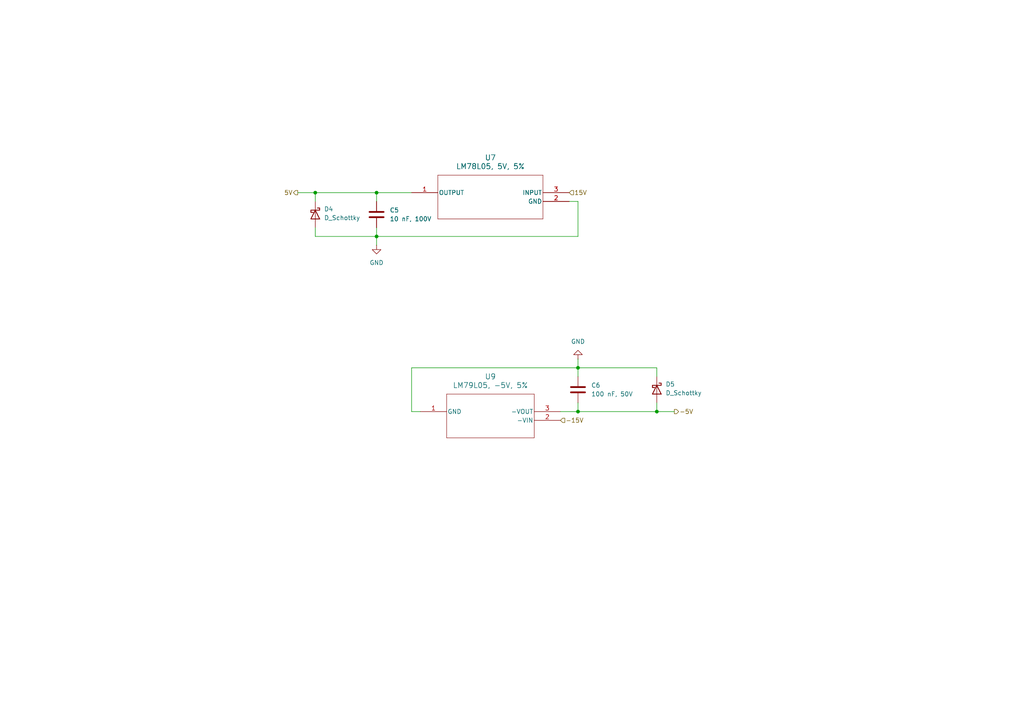
<source format=kicad_sch>
(kicad_sch (version 20250114) (generator "eeschema") (generator_version "9.0")
  (paper "A4")
  (lib_symbols
    (symbol "Device:C" (pin_numbers (hide yes)) (pin_names (offset 0.254))
      (property "Reference" "C" (at 0.635 2.54 0))
      (property "Value" "C" (at 0.635 -2.54 0))
      (symbol "C_0_1"
        (polyline (pts (xy -2.032 0.762) (xy 2.032 0.762)) (stroke (width 0.508)))
        (polyline (pts (xy -2.032 -0.762) (xy 2.032 -0.762)) (stroke (width 0.508)))
      )
      (symbol "C_1_1"
        (pin passive line (at 0 3.81 270) (length 2.794) (name "~") (number "1"))
        (pin passive line (at 0 -3.81 90) (length 2.794) (name "~") (number "2"))
      )
    )
    (symbol "Device:D_Schottky" (pin_numbers (hide yes)) (pin_names (offset 1.016) (hide yes))
      (property "Reference" "D" (at 0 2.54 0))
      (property "Value" "D_Schottky" (at 0 -2.54 0))
      (symbol "D_Schottky_0_1"
        (polyline (pts (xy -1.905 0.635) (xy -1.905 1.27) (xy -1.27 1.27) (xy -1.27 -1.27) (xy -0.635 -1.27) (xy -0.635 -0.635)) (stroke (width 0.254)))
        (polyline (pts (xy 1.27 1.27) (xy 1.27 -1.27) (xy -1.27 0) (xy 1.27 1.27)) (stroke (width 0.254)))
        (polyline (pts (xy 1.27 0) (xy -1.27 0)))
      )
      (symbol "D_Schottky_1_1"
        (pin passive line (at -3.81 0 0) (length 2.54) (name "K") (number "1"))
        (pin passive line (at 3.81 0 180) (length 2.54) (name "A") (number "2"))
      )
    )
    (symbol "LM78L:LM78L05ACZ_LFT1" (pin_names (offset 0.254))
      (property "Reference" "U" (at 22.86 10.16 0))
      (property "Value" "LM78L05ACZ/LFT1" (at 22.86 7.62 0))
      (symbol "LM78L05ACZ_LFT1_0_1"
        (polyline (pts (xy 7.62 5.08) (xy 7.62 -7.62)) (stroke (width 0.127)))
        (polyline (pts (xy 7.62 -7.62) (xy 38.1 -7.62)) (stroke (width 0.127)))
        (polyline (pts (xy 38.1 5.08) (xy 7.62 5.08)) (stroke (width 0.127)))
        (polyline (pts (xy 38.1 -7.62) (xy 38.1 5.08)) (stroke (width 0.127)))
        (pin output line (at 0 0 0) (length 7.62) (name "OUTPUT") (number "1"))
        (pin input line (at 45.72 0 180) (length 7.62) (name "INPUT") (number "3"))
        (pin power_in line (at 45.72 -2.54 180) (length 7.62) (name "GND") (number "2"))
      )
    )
    (symbol "LM79L:LM79L05ACZ_LFT1" (pin_names (offset 0.254))
      (property "Reference" "U" (at 20.32 10.16 0))
      (property "Value" "LM79L05ACZ/LFT1" (at 20.32 7.62 0))
      (symbol "LM79L05ACZ_LFT1_0_1"
        (polyline (pts (xy 7.62 5.08) (xy 7.62 -7.62)) (stroke (width 0.127)))
        (polyline (pts (xy 7.62 -7.62) (xy 33.02 -7.62)) (stroke (width 0.127)))
        (polyline (pts (xy 33.02 5.08) (xy 7.62 5.08)) (stroke (width 0.127)))
        (polyline (pts (xy 33.02 -7.62) (xy 33.02 5.08)) (stroke (width 0.127)))
        (pin power_in line (at 0 0 0) (length 7.62) (name "GND") (number "1"))
        (pin output line (at 40.64 0 180) (length 7.62) (name "-VOUT") (number "3"))
        (pin input line (at 40.64 -2.54 180) (length 7.62) (name "-VIN") (number "2"))
      )
    )
    (symbol "power:GND" (power) (pin_numbers (hide yes)) (pin_names (offset 0) (hide yes))
      (property "Value" "GND" (at 0 -3.81 0))
      (symbol "GND_0_1"
        (polyline (pts (xy 0 0) (xy 0 -1.27) (xy 1.27 -1.27) (xy 0 -2.54) (xy -1.27 -1.27) (xy 0 -1.27)))
      )
      (symbol "GND_1_1"
        (pin power_in line (at 0 0 270) (length 0) (name "~") (number "1"))
      )
    )
  )
  (junction (at 190.5 119.38))
  (junction (at 167.64 106.68))
  (junction (at 91.44 55.88))
  (junction (at 109.22 68.58))
  (junction (at 167.64 119.38))
  (junction (at 109.22 55.88))
  (wire (pts (xy 109.22 55.88) (xy 119.38 55.88)))
  (wire (pts (xy 167.64 119.38) (xy 190.5 119.38)))
  (wire (pts (xy 190.5 119.38) (xy 195.58 119.38)))
  (wire (pts (xy 162.56 119.38) (xy 167.64 119.38)))
  (wire (pts (xy 167.64 106.68) (xy 119.38 106.68)))
  (wire (pts (xy 109.22 55.88) (xy 91.44 55.88)))
  (wire (pts (xy 86.36 55.88) (xy 91.44 55.88)))
  (wire (pts (xy 167.64 106.68) (xy 190.5 106.68)))
  (wire (pts (xy 91.44 66.04) (xy 91.44 68.58)))
  (wire (pts (xy 167.64 68.58) (xy 167.64 58.42)))
  (wire (pts (xy 109.22 55.88) (xy 109.22 58.42)))
  (wire (pts (xy 91.44 68.58) (xy 109.22 68.58)))
  (wire (pts (xy 167.64 109.22) (xy 167.64 106.68)))
  (wire (pts (xy 109.22 66.04) (xy 109.22 68.58)))
  (wire (pts (xy 119.38 119.38) (xy 121.92 119.38)))
  (wire (pts (xy 109.22 68.58) (xy 167.64 68.58)))
  (wire (pts (xy 190.5 106.68) (xy 190.5 109.22)))
  (wire (pts (xy 167.64 116.84) (xy 167.64 119.38)))
  (wire (pts (xy 165.1 58.42) (xy 167.64 58.42)))
  (wire (pts (xy 119.38 106.68) (xy 119.38 119.38)))
  (wire (pts (xy 91.44 55.88) (xy 91.44 58.42)))
  (wire (pts (xy 167.64 104.14) (xy 167.64 106.68)))
  (wire (pts (xy 190.5 116.84) (xy 190.5 119.38)))
  (wire (pts (xy 109.22 68.58) (xy 109.22 71.12)))
  (hierarchical_label "5V" (shape output) (at 86.36 55.88 180))
  (hierarchical_label "-15V" (shape input) (at 162.56 121.92 0))
  (hierarchical_label "-5V" (shape output) (at 195.58 119.38 0))
  (hierarchical_label "15V" (shape input) (at 165.1 55.88 0))
  (symbol (lib_id "LM79L:LM79L05ACZ_LFT1") (at 121.92 119.38 0) (unit 1)
    (property "Reference" "U9" (at 142.24 109.22 0) (effects (font (size 1.524 1.524))))
    (property "Value" "LM79L05, -5V, 5%" (at 142.24 111.76 0) (effects (font (size 1.524 1.524))))
    (property "Footprint" "LP3_TEX" (effects (hide yes)))
    (property "Datasheet" "https://www.ti.com/lit/gpn/lm79l" (effects (hide yes)))
    (property "Purchase Link" "https://www.digikey.com/en/products/detail/texas-instruments/LM79L05ACZ-NOPB/1871963" (effects (hide yes)))
  )
  (symbol (lib_id "Device:C") (at 167.64 113.03 0) (unit 1)
    (property "Reference" "C6" (at 171.45 111.7599 0) (effects (justify left)))
    (property "Value" "100 nF, 50V" (at 171.45 114.2999 0) (effects (justify left)))
    (property "Description" "Unpolarized capacitor" (effects (hide yes)))
    (property "Purchase Link" "https://www.digikey.com/en/products/detail/murata-electronics/GCM188L81H104KA57J/17846871" (effects (hide yes)))
  )
  (symbol (lib_id "Device:C") (at 109.22 62.23 0) (unit 1)
    (property "Reference" "C5" (at 113.03 60.9599 0) (effects (justify left)))
    (property "Value" "10 nF, 100V" (at 113.03 63.4999 0) (effects (justify left)))
    (property "Description" "Unpolarized capacitor" (effects (hide yes)))
    (property "Purchase Link" "https://www.digikey.com/en/products/detail/murata-electronics/GCM188R72A103KA37D/1641655" (effects (hide yes)))
  )
  (symbol (lib_id "Device:D_Schottky") (at 190.5 113.03 270) (unit 1)
    (property "Reference" "D5" (at 193.04 111.4424 90) (effects (justify left)))
    (property "Value" "D_Schottky" (at 193.04 113.9824 90) (effects (justify left)))
    (property "Description" "Schottky diode" (effects (hide yes)))
  )
  (symbol (lib_id "Device:D_Schottky") (at 91.44 62.23 270) (unit 1)
    (property "Reference" "D4" (at 93.98 60.6424 90) (effects (justify left)))
    (property "Value" "D_Schottky" (at 93.98 63.1824 90) (effects (justify left)))
    (property "Description" "Schottky diode" (effects (hide yes)))
  )
  (symbol (lib_id "power:GND") (at 109.22 71.12 0) (unit 1)
    (property "Reference" "#PWR09" (effects (hide yes)))
    (property "Value" "GND" (at 109.22 76.2 0))
    (property "Description" "Power symbol creates a global label with name \"GND\" , ground" (effects (hide yes)))
  )
  (symbol (lib_id "LM78L:LM78L05ACZ_LFT1") (at 119.38 55.88 0) (unit 1)
    (property "Reference" "U7" (at 142.24 45.72 0) (effects (font (size 1.524 1.524))))
    (property "Value" "LM78L05, 5V, 5%" (at 142.24 48.26 0) (effects (font (size 1.524 1.524))))
    (property "Footprint" "LP3_TEX" (effects (hide yes)))
    (property "Datasheet" "https://www.ti.com/lit/gpn/lm78l" (effects (hide yes)))
    (property "Purchase Link" "https://www.digikey.com/en/products/detail/texas-instruments/LM78L05ACZ-NOPB/6333" (effects (hide yes)))
  )
  (symbol (lib_id "power:GND") (at 167.64 104.14 180) (unit 1)
    (property "Reference" "#PWR010" (effects (hide yes)))
    (property "Value" "GND" (at 167.64 99.06 0))
    (property "Description" "Power symbol creates a global label with name \"GND\" , ground" (effects (hide yes)))
  )
)
</source>
